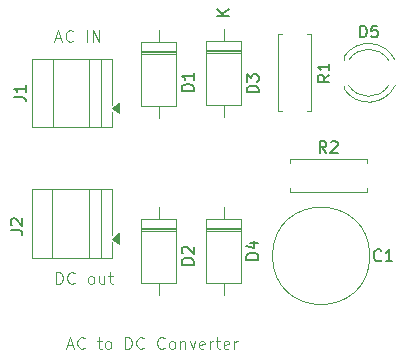
<source format=gbr>
%TF.GenerationSoftware,KiCad,Pcbnew,9.0.5*%
%TF.CreationDate,2025-10-11T14:19:14+05:30*%
%TF.ProjectId,new_project,6e65775f-7072-46f6-9a65-63742e6b6963,rev?*%
%TF.SameCoordinates,Original*%
%TF.FileFunction,Legend,Top*%
%TF.FilePolarity,Positive*%
%FSLAX46Y46*%
G04 Gerber Fmt 4.6, Leading zero omitted, Abs format (unit mm)*
G04 Created by KiCad (PCBNEW 9.0.5) date 2025-10-11 14:19:14*
%MOMM*%
%LPD*%
G01*
G04 APERTURE LIST*
%ADD10C,0.100000*%
%ADD11C,0.150000*%
%ADD12C,0.120000*%
G04 APERTURE END LIST*
D10*
X106803884Y-93872419D02*
X106803884Y-92872419D01*
X106803884Y-92872419D02*
X107041979Y-92872419D01*
X107041979Y-92872419D02*
X107184836Y-92920038D01*
X107184836Y-92920038D02*
X107280074Y-93015276D01*
X107280074Y-93015276D02*
X107327693Y-93110514D01*
X107327693Y-93110514D02*
X107375312Y-93300990D01*
X107375312Y-93300990D02*
X107375312Y-93443847D01*
X107375312Y-93443847D02*
X107327693Y-93634323D01*
X107327693Y-93634323D02*
X107280074Y-93729561D01*
X107280074Y-93729561D02*
X107184836Y-93824800D01*
X107184836Y-93824800D02*
X107041979Y-93872419D01*
X107041979Y-93872419D02*
X106803884Y-93872419D01*
X108375312Y-93777180D02*
X108327693Y-93824800D01*
X108327693Y-93824800D02*
X108184836Y-93872419D01*
X108184836Y-93872419D02*
X108089598Y-93872419D01*
X108089598Y-93872419D02*
X107946741Y-93824800D01*
X107946741Y-93824800D02*
X107851503Y-93729561D01*
X107851503Y-93729561D02*
X107803884Y-93634323D01*
X107803884Y-93634323D02*
X107756265Y-93443847D01*
X107756265Y-93443847D02*
X107756265Y-93300990D01*
X107756265Y-93300990D02*
X107803884Y-93110514D01*
X107803884Y-93110514D02*
X107851503Y-93015276D01*
X107851503Y-93015276D02*
X107946741Y-92920038D01*
X107946741Y-92920038D02*
X108089598Y-92872419D01*
X108089598Y-92872419D02*
X108184836Y-92872419D01*
X108184836Y-92872419D02*
X108327693Y-92920038D01*
X108327693Y-92920038D02*
X108375312Y-92967657D01*
X109708646Y-93872419D02*
X109613408Y-93824800D01*
X109613408Y-93824800D02*
X109565789Y-93777180D01*
X109565789Y-93777180D02*
X109518170Y-93681942D01*
X109518170Y-93681942D02*
X109518170Y-93396228D01*
X109518170Y-93396228D02*
X109565789Y-93300990D01*
X109565789Y-93300990D02*
X109613408Y-93253371D01*
X109613408Y-93253371D02*
X109708646Y-93205752D01*
X109708646Y-93205752D02*
X109851503Y-93205752D01*
X109851503Y-93205752D02*
X109946741Y-93253371D01*
X109946741Y-93253371D02*
X109994360Y-93300990D01*
X109994360Y-93300990D02*
X110041979Y-93396228D01*
X110041979Y-93396228D02*
X110041979Y-93681942D01*
X110041979Y-93681942D02*
X109994360Y-93777180D01*
X109994360Y-93777180D02*
X109946741Y-93824800D01*
X109946741Y-93824800D02*
X109851503Y-93872419D01*
X109851503Y-93872419D02*
X109708646Y-93872419D01*
X110899122Y-93205752D02*
X110899122Y-93872419D01*
X110470551Y-93205752D02*
X110470551Y-93729561D01*
X110470551Y-93729561D02*
X110518170Y-93824800D01*
X110518170Y-93824800D02*
X110613408Y-93872419D01*
X110613408Y-93872419D02*
X110756265Y-93872419D01*
X110756265Y-93872419D02*
X110851503Y-93824800D01*
X110851503Y-93824800D02*
X110899122Y-93777180D01*
X111232456Y-93205752D02*
X111613408Y-93205752D01*
X111375313Y-92872419D02*
X111375313Y-93729561D01*
X111375313Y-93729561D02*
X111422932Y-93824800D01*
X111422932Y-93824800D02*
X111518170Y-93872419D01*
X111518170Y-93872419D02*
X111613408Y-93872419D01*
X106756265Y-73086704D02*
X107232455Y-73086704D01*
X106661027Y-73372419D02*
X106994360Y-72372419D01*
X106994360Y-72372419D02*
X107327693Y-73372419D01*
X108232455Y-73277180D02*
X108184836Y-73324800D01*
X108184836Y-73324800D02*
X108041979Y-73372419D01*
X108041979Y-73372419D02*
X107946741Y-73372419D01*
X107946741Y-73372419D02*
X107803884Y-73324800D01*
X107803884Y-73324800D02*
X107708646Y-73229561D01*
X107708646Y-73229561D02*
X107661027Y-73134323D01*
X107661027Y-73134323D02*
X107613408Y-72943847D01*
X107613408Y-72943847D02*
X107613408Y-72800990D01*
X107613408Y-72800990D02*
X107661027Y-72610514D01*
X107661027Y-72610514D02*
X107708646Y-72515276D01*
X107708646Y-72515276D02*
X107803884Y-72420038D01*
X107803884Y-72420038D02*
X107946741Y-72372419D01*
X107946741Y-72372419D02*
X108041979Y-72372419D01*
X108041979Y-72372419D02*
X108184836Y-72420038D01*
X108184836Y-72420038D02*
X108232455Y-72467657D01*
X109422932Y-73372419D02*
X109422932Y-72372419D01*
X109899122Y-73372419D02*
X109899122Y-72372419D01*
X109899122Y-72372419D02*
X110470550Y-73372419D01*
X110470550Y-73372419D02*
X110470550Y-72372419D01*
X107756265Y-99086704D02*
X108232455Y-99086704D01*
X107661027Y-99372419D02*
X107994360Y-98372419D01*
X107994360Y-98372419D02*
X108327693Y-99372419D01*
X109232455Y-99277180D02*
X109184836Y-99324800D01*
X109184836Y-99324800D02*
X109041979Y-99372419D01*
X109041979Y-99372419D02*
X108946741Y-99372419D01*
X108946741Y-99372419D02*
X108803884Y-99324800D01*
X108803884Y-99324800D02*
X108708646Y-99229561D01*
X108708646Y-99229561D02*
X108661027Y-99134323D01*
X108661027Y-99134323D02*
X108613408Y-98943847D01*
X108613408Y-98943847D02*
X108613408Y-98800990D01*
X108613408Y-98800990D02*
X108661027Y-98610514D01*
X108661027Y-98610514D02*
X108708646Y-98515276D01*
X108708646Y-98515276D02*
X108803884Y-98420038D01*
X108803884Y-98420038D02*
X108946741Y-98372419D01*
X108946741Y-98372419D02*
X109041979Y-98372419D01*
X109041979Y-98372419D02*
X109184836Y-98420038D01*
X109184836Y-98420038D02*
X109232455Y-98467657D01*
X110280075Y-98705752D02*
X110661027Y-98705752D01*
X110422932Y-98372419D02*
X110422932Y-99229561D01*
X110422932Y-99229561D02*
X110470551Y-99324800D01*
X110470551Y-99324800D02*
X110565789Y-99372419D01*
X110565789Y-99372419D02*
X110661027Y-99372419D01*
X111137218Y-99372419D02*
X111041980Y-99324800D01*
X111041980Y-99324800D02*
X110994361Y-99277180D01*
X110994361Y-99277180D02*
X110946742Y-99181942D01*
X110946742Y-99181942D02*
X110946742Y-98896228D01*
X110946742Y-98896228D02*
X110994361Y-98800990D01*
X110994361Y-98800990D02*
X111041980Y-98753371D01*
X111041980Y-98753371D02*
X111137218Y-98705752D01*
X111137218Y-98705752D02*
X111280075Y-98705752D01*
X111280075Y-98705752D02*
X111375313Y-98753371D01*
X111375313Y-98753371D02*
X111422932Y-98800990D01*
X111422932Y-98800990D02*
X111470551Y-98896228D01*
X111470551Y-98896228D02*
X111470551Y-99181942D01*
X111470551Y-99181942D02*
X111422932Y-99277180D01*
X111422932Y-99277180D02*
X111375313Y-99324800D01*
X111375313Y-99324800D02*
X111280075Y-99372419D01*
X111280075Y-99372419D02*
X111137218Y-99372419D01*
X112661028Y-99372419D02*
X112661028Y-98372419D01*
X112661028Y-98372419D02*
X112899123Y-98372419D01*
X112899123Y-98372419D02*
X113041980Y-98420038D01*
X113041980Y-98420038D02*
X113137218Y-98515276D01*
X113137218Y-98515276D02*
X113184837Y-98610514D01*
X113184837Y-98610514D02*
X113232456Y-98800990D01*
X113232456Y-98800990D02*
X113232456Y-98943847D01*
X113232456Y-98943847D02*
X113184837Y-99134323D01*
X113184837Y-99134323D02*
X113137218Y-99229561D01*
X113137218Y-99229561D02*
X113041980Y-99324800D01*
X113041980Y-99324800D02*
X112899123Y-99372419D01*
X112899123Y-99372419D02*
X112661028Y-99372419D01*
X114232456Y-99277180D02*
X114184837Y-99324800D01*
X114184837Y-99324800D02*
X114041980Y-99372419D01*
X114041980Y-99372419D02*
X113946742Y-99372419D01*
X113946742Y-99372419D02*
X113803885Y-99324800D01*
X113803885Y-99324800D02*
X113708647Y-99229561D01*
X113708647Y-99229561D02*
X113661028Y-99134323D01*
X113661028Y-99134323D02*
X113613409Y-98943847D01*
X113613409Y-98943847D02*
X113613409Y-98800990D01*
X113613409Y-98800990D02*
X113661028Y-98610514D01*
X113661028Y-98610514D02*
X113708647Y-98515276D01*
X113708647Y-98515276D02*
X113803885Y-98420038D01*
X113803885Y-98420038D02*
X113946742Y-98372419D01*
X113946742Y-98372419D02*
X114041980Y-98372419D01*
X114041980Y-98372419D02*
X114184837Y-98420038D01*
X114184837Y-98420038D02*
X114232456Y-98467657D01*
X115994361Y-99277180D02*
X115946742Y-99324800D01*
X115946742Y-99324800D02*
X115803885Y-99372419D01*
X115803885Y-99372419D02*
X115708647Y-99372419D01*
X115708647Y-99372419D02*
X115565790Y-99324800D01*
X115565790Y-99324800D02*
X115470552Y-99229561D01*
X115470552Y-99229561D02*
X115422933Y-99134323D01*
X115422933Y-99134323D02*
X115375314Y-98943847D01*
X115375314Y-98943847D02*
X115375314Y-98800990D01*
X115375314Y-98800990D02*
X115422933Y-98610514D01*
X115422933Y-98610514D02*
X115470552Y-98515276D01*
X115470552Y-98515276D02*
X115565790Y-98420038D01*
X115565790Y-98420038D02*
X115708647Y-98372419D01*
X115708647Y-98372419D02*
X115803885Y-98372419D01*
X115803885Y-98372419D02*
X115946742Y-98420038D01*
X115946742Y-98420038D02*
X115994361Y-98467657D01*
X116565790Y-99372419D02*
X116470552Y-99324800D01*
X116470552Y-99324800D02*
X116422933Y-99277180D01*
X116422933Y-99277180D02*
X116375314Y-99181942D01*
X116375314Y-99181942D02*
X116375314Y-98896228D01*
X116375314Y-98896228D02*
X116422933Y-98800990D01*
X116422933Y-98800990D02*
X116470552Y-98753371D01*
X116470552Y-98753371D02*
X116565790Y-98705752D01*
X116565790Y-98705752D02*
X116708647Y-98705752D01*
X116708647Y-98705752D02*
X116803885Y-98753371D01*
X116803885Y-98753371D02*
X116851504Y-98800990D01*
X116851504Y-98800990D02*
X116899123Y-98896228D01*
X116899123Y-98896228D02*
X116899123Y-99181942D01*
X116899123Y-99181942D02*
X116851504Y-99277180D01*
X116851504Y-99277180D02*
X116803885Y-99324800D01*
X116803885Y-99324800D02*
X116708647Y-99372419D01*
X116708647Y-99372419D02*
X116565790Y-99372419D01*
X117327695Y-98705752D02*
X117327695Y-99372419D01*
X117327695Y-98800990D02*
X117375314Y-98753371D01*
X117375314Y-98753371D02*
X117470552Y-98705752D01*
X117470552Y-98705752D02*
X117613409Y-98705752D01*
X117613409Y-98705752D02*
X117708647Y-98753371D01*
X117708647Y-98753371D02*
X117756266Y-98848609D01*
X117756266Y-98848609D02*
X117756266Y-99372419D01*
X118137219Y-98705752D02*
X118375314Y-99372419D01*
X118375314Y-99372419D02*
X118613409Y-98705752D01*
X119375314Y-99324800D02*
X119280076Y-99372419D01*
X119280076Y-99372419D02*
X119089600Y-99372419D01*
X119089600Y-99372419D02*
X118994362Y-99324800D01*
X118994362Y-99324800D02*
X118946743Y-99229561D01*
X118946743Y-99229561D02*
X118946743Y-98848609D01*
X118946743Y-98848609D02*
X118994362Y-98753371D01*
X118994362Y-98753371D02*
X119089600Y-98705752D01*
X119089600Y-98705752D02*
X119280076Y-98705752D01*
X119280076Y-98705752D02*
X119375314Y-98753371D01*
X119375314Y-98753371D02*
X119422933Y-98848609D01*
X119422933Y-98848609D02*
X119422933Y-98943847D01*
X119422933Y-98943847D02*
X118946743Y-99039085D01*
X119851505Y-99372419D02*
X119851505Y-98705752D01*
X119851505Y-98896228D02*
X119899124Y-98800990D01*
X119899124Y-98800990D02*
X119946743Y-98753371D01*
X119946743Y-98753371D02*
X120041981Y-98705752D01*
X120041981Y-98705752D02*
X120137219Y-98705752D01*
X120327696Y-98705752D02*
X120708648Y-98705752D01*
X120470553Y-98372419D02*
X120470553Y-99229561D01*
X120470553Y-99229561D02*
X120518172Y-99324800D01*
X120518172Y-99324800D02*
X120613410Y-99372419D01*
X120613410Y-99372419D02*
X120708648Y-99372419D01*
X121422934Y-99324800D02*
X121327696Y-99372419D01*
X121327696Y-99372419D02*
X121137220Y-99372419D01*
X121137220Y-99372419D02*
X121041982Y-99324800D01*
X121041982Y-99324800D02*
X120994363Y-99229561D01*
X120994363Y-99229561D02*
X120994363Y-98848609D01*
X120994363Y-98848609D02*
X121041982Y-98753371D01*
X121041982Y-98753371D02*
X121137220Y-98705752D01*
X121137220Y-98705752D02*
X121327696Y-98705752D01*
X121327696Y-98705752D02*
X121422934Y-98753371D01*
X121422934Y-98753371D02*
X121470553Y-98848609D01*
X121470553Y-98848609D02*
X121470553Y-98943847D01*
X121470553Y-98943847D02*
X120994363Y-99039085D01*
X121899125Y-99372419D02*
X121899125Y-98705752D01*
X121899125Y-98896228D02*
X121946744Y-98800990D01*
X121946744Y-98800990D02*
X121994363Y-98753371D01*
X121994363Y-98753371D02*
X122089601Y-98705752D01*
X122089601Y-98705752D02*
X122184839Y-98705752D01*
D11*
X118454819Y-77528094D02*
X117454819Y-77528094D01*
X117454819Y-77528094D02*
X117454819Y-77289999D01*
X117454819Y-77289999D02*
X117502438Y-77147142D01*
X117502438Y-77147142D02*
X117597676Y-77051904D01*
X117597676Y-77051904D02*
X117692914Y-77004285D01*
X117692914Y-77004285D02*
X117883390Y-76956666D01*
X117883390Y-76956666D02*
X118026247Y-76956666D01*
X118026247Y-76956666D02*
X118216723Y-77004285D01*
X118216723Y-77004285D02*
X118311961Y-77051904D01*
X118311961Y-77051904D02*
X118407200Y-77147142D01*
X118407200Y-77147142D02*
X118454819Y-77289999D01*
X118454819Y-77289999D02*
X118454819Y-77528094D01*
X118454819Y-76004285D02*
X118454819Y-76575713D01*
X118454819Y-76289999D02*
X117454819Y-76289999D01*
X117454819Y-76289999D02*
X117597676Y-76385237D01*
X117597676Y-76385237D02*
X117692914Y-76480475D01*
X117692914Y-76480475D02*
X117740533Y-76575713D01*
X123954819Y-77658094D02*
X122954819Y-77658094D01*
X122954819Y-77658094D02*
X122954819Y-77419999D01*
X122954819Y-77419999D02*
X123002438Y-77277142D01*
X123002438Y-77277142D02*
X123097676Y-77181904D01*
X123097676Y-77181904D02*
X123192914Y-77134285D01*
X123192914Y-77134285D02*
X123383390Y-77086666D01*
X123383390Y-77086666D02*
X123526247Y-77086666D01*
X123526247Y-77086666D02*
X123716723Y-77134285D01*
X123716723Y-77134285D02*
X123811961Y-77181904D01*
X123811961Y-77181904D02*
X123907200Y-77277142D01*
X123907200Y-77277142D02*
X123954819Y-77419999D01*
X123954819Y-77419999D02*
X123954819Y-77658094D01*
X122954819Y-76753332D02*
X122954819Y-76134285D01*
X122954819Y-76134285D02*
X123335771Y-76467618D01*
X123335771Y-76467618D02*
X123335771Y-76324761D01*
X123335771Y-76324761D02*
X123383390Y-76229523D01*
X123383390Y-76229523D02*
X123431009Y-76181904D01*
X123431009Y-76181904D02*
X123526247Y-76134285D01*
X123526247Y-76134285D02*
X123764342Y-76134285D01*
X123764342Y-76134285D02*
X123859580Y-76181904D01*
X123859580Y-76181904D02*
X123907200Y-76229523D01*
X123907200Y-76229523D02*
X123954819Y-76324761D01*
X123954819Y-76324761D02*
X123954819Y-76610475D01*
X123954819Y-76610475D02*
X123907200Y-76705713D01*
X123907200Y-76705713D02*
X123859580Y-76753332D01*
X121454819Y-71181904D02*
X120454819Y-71181904D01*
X121454819Y-70610476D02*
X120883390Y-71039047D01*
X120454819Y-70610476D02*
X121026247Y-71181904D01*
X129693333Y-82784819D02*
X129360000Y-82308628D01*
X129121905Y-82784819D02*
X129121905Y-81784819D01*
X129121905Y-81784819D02*
X129502857Y-81784819D01*
X129502857Y-81784819D02*
X129598095Y-81832438D01*
X129598095Y-81832438D02*
X129645714Y-81880057D01*
X129645714Y-81880057D02*
X129693333Y-81975295D01*
X129693333Y-81975295D02*
X129693333Y-82118152D01*
X129693333Y-82118152D02*
X129645714Y-82213390D01*
X129645714Y-82213390D02*
X129598095Y-82261009D01*
X129598095Y-82261009D02*
X129502857Y-82308628D01*
X129502857Y-82308628D02*
X129121905Y-82308628D01*
X130074286Y-81880057D02*
X130121905Y-81832438D01*
X130121905Y-81832438D02*
X130217143Y-81784819D01*
X130217143Y-81784819D02*
X130455238Y-81784819D01*
X130455238Y-81784819D02*
X130550476Y-81832438D01*
X130550476Y-81832438D02*
X130598095Y-81880057D01*
X130598095Y-81880057D02*
X130645714Y-81975295D01*
X130645714Y-81975295D02*
X130645714Y-82070533D01*
X130645714Y-82070533D02*
X130598095Y-82213390D01*
X130598095Y-82213390D02*
X130026667Y-82784819D01*
X130026667Y-82784819D02*
X130645714Y-82784819D01*
X129954819Y-76166666D02*
X129478628Y-76499999D01*
X129954819Y-76738094D02*
X128954819Y-76738094D01*
X128954819Y-76738094D02*
X128954819Y-76357142D01*
X128954819Y-76357142D02*
X129002438Y-76261904D01*
X129002438Y-76261904D02*
X129050057Y-76214285D01*
X129050057Y-76214285D02*
X129145295Y-76166666D01*
X129145295Y-76166666D02*
X129288152Y-76166666D01*
X129288152Y-76166666D02*
X129383390Y-76214285D01*
X129383390Y-76214285D02*
X129431009Y-76261904D01*
X129431009Y-76261904D02*
X129478628Y-76357142D01*
X129478628Y-76357142D02*
X129478628Y-76738094D01*
X129954819Y-75214285D02*
X129954819Y-75785713D01*
X129954819Y-75499999D02*
X128954819Y-75499999D01*
X128954819Y-75499999D02*
X129097676Y-75595237D01*
X129097676Y-75595237D02*
X129192914Y-75690475D01*
X129192914Y-75690475D02*
X129240533Y-75785713D01*
X102954819Y-89333333D02*
X103669104Y-89333333D01*
X103669104Y-89333333D02*
X103811961Y-89380952D01*
X103811961Y-89380952D02*
X103907200Y-89476190D01*
X103907200Y-89476190D02*
X103954819Y-89619047D01*
X103954819Y-89619047D02*
X103954819Y-89714285D01*
X103050057Y-88904761D02*
X103002438Y-88857142D01*
X103002438Y-88857142D02*
X102954819Y-88761904D01*
X102954819Y-88761904D02*
X102954819Y-88523809D01*
X102954819Y-88523809D02*
X103002438Y-88428571D01*
X103002438Y-88428571D02*
X103050057Y-88380952D01*
X103050057Y-88380952D02*
X103145295Y-88333333D01*
X103145295Y-88333333D02*
X103240533Y-88333333D01*
X103240533Y-88333333D02*
X103383390Y-88380952D01*
X103383390Y-88380952D02*
X103954819Y-88952380D01*
X103954819Y-88952380D02*
X103954819Y-88333333D01*
X103242319Y-78045833D02*
X103956604Y-78045833D01*
X103956604Y-78045833D02*
X104099461Y-78093452D01*
X104099461Y-78093452D02*
X104194700Y-78188690D01*
X104194700Y-78188690D02*
X104242319Y-78331547D01*
X104242319Y-78331547D02*
X104242319Y-78426785D01*
X104242319Y-77045833D02*
X104242319Y-77617261D01*
X104242319Y-77331547D02*
X103242319Y-77331547D01*
X103242319Y-77331547D02*
X103385176Y-77426785D01*
X103385176Y-77426785D02*
X103480414Y-77522023D01*
X103480414Y-77522023D02*
X103528033Y-77617261D01*
X132531905Y-72994819D02*
X132531905Y-71994819D01*
X132531905Y-71994819D02*
X132770000Y-71994819D01*
X132770000Y-71994819D02*
X132912857Y-72042438D01*
X132912857Y-72042438D02*
X133008095Y-72137676D01*
X133008095Y-72137676D02*
X133055714Y-72232914D01*
X133055714Y-72232914D02*
X133103333Y-72423390D01*
X133103333Y-72423390D02*
X133103333Y-72566247D01*
X133103333Y-72566247D02*
X133055714Y-72756723D01*
X133055714Y-72756723D02*
X133008095Y-72851961D01*
X133008095Y-72851961D02*
X132912857Y-72947200D01*
X132912857Y-72947200D02*
X132770000Y-72994819D01*
X132770000Y-72994819D02*
X132531905Y-72994819D01*
X134008095Y-71994819D02*
X133531905Y-71994819D01*
X133531905Y-71994819D02*
X133484286Y-72471009D01*
X133484286Y-72471009D02*
X133531905Y-72423390D01*
X133531905Y-72423390D02*
X133627143Y-72375771D01*
X133627143Y-72375771D02*
X133865238Y-72375771D01*
X133865238Y-72375771D02*
X133960476Y-72423390D01*
X133960476Y-72423390D02*
X134008095Y-72471009D01*
X134008095Y-72471009D02*
X134055714Y-72566247D01*
X134055714Y-72566247D02*
X134055714Y-72804342D01*
X134055714Y-72804342D02*
X134008095Y-72899580D01*
X134008095Y-72899580D02*
X133960476Y-72947200D01*
X133960476Y-72947200D02*
X133865238Y-72994819D01*
X133865238Y-72994819D02*
X133627143Y-72994819D01*
X133627143Y-72994819D02*
X133531905Y-72947200D01*
X133531905Y-72947200D02*
X133484286Y-72899580D01*
X123924819Y-91818094D02*
X122924819Y-91818094D01*
X122924819Y-91818094D02*
X122924819Y-91579999D01*
X122924819Y-91579999D02*
X122972438Y-91437142D01*
X122972438Y-91437142D02*
X123067676Y-91341904D01*
X123067676Y-91341904D02*
X123162914Y-91294285D01*
X123162914Y-91294285D02*
X123353390Y-91246666D01*
X123353390Y-91246666D02*
X123496247Y-91246666D01*
X123496247Y-91246666D02*
X123686723Y-91294285D01*
X123686723Y-91294285D02*
X123781961Y-91341904D01*
X123781961Y-91341904D02*
X123877200Y-91437142D01*
X123877200Y-91437142D02*
X123924819Y-91579999D01*
X123924819Y-91579999D02*
X123924819Y-91818094D01*
X123258152Y-90389523D02*
X123924819Y-90389523D01*
X122877200Y-90627618D02*
X123591485Y-90865713D01*
X123591485Y-90865713D02*
X123591485Y-90246666D01*
X118454819Y-92238094D02*
X117454819Y-92238094D01*
X117454819Y-92238094D02*
X117454819Y-91999999D01*
X117454819Y-91999999D02*
X117502438Y-91857142D01*
X117502438Y-91857142D02*
X117597676Y-91761904D01*
X117597676Y-91761904D02*
X117692914Y-91714285D01*
X117692914Y-91714285D02*
X117883390Y-91666666D01*
X117883390Y-91666666D02*
X118026247Y-91666666D01*
X118026247Y-91666666D02*
X118216723Y-91714285D01*
X118216723Y-91714285D02*
X118311961Y-91761904D01*
X118311961Y-91761904D02*
X118407200Y-91857142D01*
X118407200Y-91857142D02*
X118454819Y-91999999D01*
X118454819Y-91999999D02*
X118454819Y-92238094D01*
X117550057Y-91285713D02*
X117502438Y-91238094D01*
X117502438Y-91238094D02*
X117454819Y-91142856D01*
X117454819Y-91142856D02*
X117454819Y-90904761D01*
X117454819Y-90904761D02*
X117502438Y-90809523D01*
X117502438Y-90809523D02*
X117550057Y-90761904D01*
X117550057Y-90761904D02*
X117645295Y-90714285D01*
X117645295Y-90714285D02*
X117740533Y-90714285D01*
X117740533Y-90714285D02*
X117883390Y-90761904D01*
X117883390Y-90761904D02*
X118454819Y-91333332D01*
X118454819Y-91333332D02*
X118454819Y-90714285D01*
X134333333Y-91859580D02*
X134285714Y-91907200D01*
X134285714Y-91907200D02*
X134142857Y-91954819D01*
X134142857Y-91954819D02*
X134047619Y-91954819D01*
X134047619Y-91954819D02*
X133904762Y-91907200D01*
X133904762Y-91907200D02*
X133809524Y-91811961D01*
X133809524Y-91811961D02*
X133761905Y-91716723D01*
X133761905Y-91716723D02*
X133714286Y-91526247D01*
X133714286Y-91526247D02*
X133714286Y-91383390D01*
X133714286Y-91383390D02*
X133761905Y-91192914D01*
X133761905Y-91192914D02*
X133809524Y-91097676D01*
X133809524Y-91097676D02*
X133904762Y-91002438D01*
X133904762Y-91002438D02*
X134047619Y-90954819D01*
X134047619Y-90954819D02*
X134142857Y-90954819D01*
X134142857Y-90954819D02*
X134285714Y-91002438D01*
X134285714Y-91002438D02*
X134333333Y-91050057D01*
X135285714Y-91954819D02*
X134714286Y-91954819D01*
X135000000Y-91954819D02*
X135000000Y-90954819D01*
X135000000Y-90954819D02*
X134904762Y-91097676D01*
X134904762Y-91097676D02*
X134809524Y-91192914D01*
X134809524Y-91192914D02*
X134714286Y-91240533D01*
D12*
%TO.C,D1*%
X115500000Y-72340000D02*
X115500000Y-73360000D01*
X116970000Y-74140000D02*
X114030000Y-74140000D01*
X116970000Y-74260000D02*
X114030000Y-74260000D01*
X116970000Y-74380000D02*
X114030000Y-74380000D01*
X115500000Y-79820000D02*
X115500000Y-78800000D01*
X116970000Y-73360000D02*
X114030000Y-73360000D01*
X114030000Y-78800000D01*
X116970000Y-78800000D01*
X116970000Y-73360000D01*
%TO.C,D3*%
X121000000Y-72260000D02*
X121000000Y-73280000D01*
X122470000Y-74060000D02*
X119530000Y-74060000D01*
X122470000Y-74180000D02*
X119530000Y-74180000D01*
X122470000Y-74300000D02*
X119530000Y-74300000D01*
X121000000Y-79740000D02*
X121000000Y-78720000D01*
X122470000Y-73280000D02*
X119530000Y-73280000D01*
X119530000Y-78720000D01*
X122470000Y-78720000D01*
X122470000Y-73280000D01*
%TO.C,R2*%
X126590000Y-83330000D02*
X133130000Y-83330000D01*
X126590000Y-83660000D02*
X126590000Y-83330000D01*
X126590000Y-85740000D02*
X126590000Y-86070000D01*
X126590000Y-86070000D02*
X133130000Y-86070000D01*
X133130000Y-83330000D02*
X133130000Y-83660000D01*
X133130000Y-86070000D02*
X133130000Y-85740000D01*
%TO.C,R1*%
X128370000Y-72730000D02*
X128370000Y-79270000D01*
X128040000Y-72730000D02*
X128370000Y-72730000D01*
X125960000Y-72730000D02*
X125630000Y-72730000D01*
X125630000Y-72730000D02*
X125630000Y-79270000D01*
X128370000Y-79270000D02*
X128040000Y-79270000D01*
X125630000Y-79270000D02*
X125960000Y-79270000D01*
%TO.C,J2*%
X104780000Y-91680000D02*
X104780000Y-85860000D01*
X106500000Y-91680000D02*
X106500000Y-85860000D01*
X109600000Y-91680000D02*
X109600000Y-85860000D01*
X110600000Y-91680000D02*
X110600000Y-85860000D01*
X111520000Y-91680000D02*
X104780000Y-91680000D01*
X111520000Y-90340000D02*
X111520000Y-91680000D01*
X104780000Y-85860000D02*
X111520000Y-85860000D01*
X111520000Y-85860000D02*
X111520000Y-89740000D01*
X112130000Y-90480000D02*
X111520000Y-90040000D01*
X112130000Y-89600000D01*
X112130000Y-90480000D01*
G36*
X112130000Y-90480000D02*
G01*
X111520000Y-90040000D01*
X112130000Y-89600000D01*
X112130000Y-90480000D01*
G37*
%TO.C,J1*%
X104787500Y-80622500D02*
X104787500Y-74802500D01*
X106507500Y-80622500D02*
X106507500Y-74802500D01*
X109607500Y-80622500D02*
X109607500Y-74802500D01*
X110607500Y-80622500D02*
X110607500Y-74802500D01*
X111527500Y-80622500D02*
X104787500Y-80622500D01*
X111527500Y-79282500D02*
X111527500Y-80622500D01*
X104787500Y-74802500D02*
X111527500Y-74802500D01*
X111527500Y-74802500D02*
X111527500Y-78682500D01*
X112137500Y-79422500D02*
X111527500Y-78982500D01*
X112137500Y-78542500D01*
X112137500Y-79422500D01*
G36*
X112137500Y-79422500D02*
G01*
X111527500Y-78982500D01*
X112137500Y-78542500D01*
X112137500Y-79422500D01*
G37*
%TO.C,D5*%
X131210000Y-74601000D02*
X131210000Y-74920000D01*
X131210000Y-77080000D02*
X131210000Y-77399000D01*
X131210000Y-74601251D02*
G75*
G02*
X135513591Y-74920000I2060000J-1398749D01*
G01*
X131586670Y-74920000D02*
G75*
G02*
X134953330Y-74920000I1683330J-1080000D01*
G01*
X134953330Y-77080000D02*
G75*
G02*
X131586670Y-77080000I-1683330J1080000D01*
G01*
X135513591Y-77080000D02*
G75*
G02*
X131210000Y-77398749I-2243591J1080000D01*
G01*
%TO.C,D4*%
X121000000Y-87340000D02*
X121000000Y-88360000D01*
X122470000Y-89140000D02*
X119530000Y-89140000D01*
X122470000Y-89260000D02*
X119530000Y-89260000D01*
X122470000Y-89380000D02*
X119530000Y-89380000D01*
X121000000Y-94820000D02*
X121000000Y-93800000D01*
X122470000Y-88360000D02*
X119530000Y-88360000D01*
X119530000Y-93800000D01*
X122470000Y-93800000D01*
X122470000Y-88360000D01*
%TO.C,D2*%
X115500000Y-87340000D02*
X115500000Y-88360000D01*
X116970000Y-89140000D02*
X114030000Y-89140000D01*
X116970000Y-89260000D02*
X114030000Y-89260000D01*
X116970000Y-89380000D02*
X114030000Y-89380000D01*
X115500000Y-94820000D02*
X115500000Y-93800000D01*
X116970000Y-88360000D02*
X114030000Y-88360000D01*
X114030000Y-93800000D01*
X116970000Y-93800000D01*
X116970000Y-88360000D01*
%TO.C,C1*%
X133370000Y-91500000D02*
G75*
G02*
X125130000Y-91500000I-4120000J0D01*
G01*
X125130000Y-91500000D02*
G75*
G02*
X133370000Y-91500000I4120000J0D01*
G01*
%TD*%
M02*

</source>
